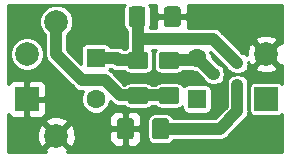
<source format=gbr>
G04 #@! TF.GenerationSoftware,KiCad,Pcbnew,(5.0.1)-3*
G04 #@! TF.CreationDate,2020-05-06T09:10:13+03:00*
G04 #@! TF.ProjectId,VienaTranPastiprinatajs,5669656E615472616E50617374697072,rev?*
G04 #@! TF.SameCoordinates,Original*
G04 #@! TF.FileFunction,Copper,L2,Bot,Signal*
G04 #@! TF.FilePolarity,Positive*
%FSLAX46Y46*%
G04 Gerber Fmt 4.6, Leading zero omitted, Abs format (unit mm)*
G04 Created by KiCad (PCBNEW (5.0.1)-3) date 06-May-20 9:10:13 AM*
%MOMM*%
%LPD*%
G01*
G04 APERTURE LIST*
G04 #@! TA.AperFunction,ComponentPad*
%ADD10R,1.998980X1.998980*%
G04 #@! TD*
G04 #@! TA.AperFunction,ComponentPad*
%ADD11C,1.998980*%
G04 #@! TD*
G04 #@! TA.AperFunction,ComponentPad*
%ADD12C,1.600000*%
G04 #@! TD*
G04 #@! TA.AperFunction,ComponentPad*
%ADD13R,1.600000X1.600000*%
G04 #@! TD*
G04 #@! TA.AperFunction,ComponentPad*
%ADD14C,2.000000*%
G04 #@! TD*
G04 #@! TA.AperFunction,SMDPad,CuDef*
%ADD15R,0.900000X0.800000*%
G04 #@! TD*
G04 #@! TA.AperFunction,Conductor*
%ADD16C,0.100000*%
G04 #@! TD*
G04 #@! TA.AperFunction,SMDPad,CuDef*
%ADD17C,1.425000*%
G04 #@! TD*
G04 #@! TA.AperFunction,Conductor*
%ADD18C,1.000000*%
G04 #@! TD*
G04 #@! TA.AperFunction,Conductor*
%ADD19C,0.254000*%
G04 #@! TD*
G04 APERTURE END LIST*
D10*
G04 #@! TO.P,out,1*
G04 #@! TO.N,Net-(8_Ohm1-Pad1)*
X105650000Y-51610000D03*
D11*
G04 #@! TO.P,out,2*
G04 #@! TO.N,GNDREF*
X105650000Y-47800000D03*
G04 #@! TD*
D12*
G04 #@! TO.P,C1,2*
G04 #@! TO.N,Net-(C1-Pad2)*
X91210000Y-51620000D03*
D13*
G04 #@! TO.P,C1,1*
G04 #@! TO.N,Net-(C1-Pad1)*
X91210000Y-48120000D03*
G04 #@! TD*
G04 #@! TO.P,C2,1*
G04 #@! TO.N,Net-(8_Ohm1-Pad1)*
X99800000Y-51610000D03*
D12*
G04 #@! TO.P,C2,2*
G04 #@! TO.N,Net-(C2-Pad2)*
X99800000Y-48110000D03*
G04 #@! TD*
D11*
G04 #@! TO.P,in,2*
G04 #@! TO.N,Net-(C1-Pad2)*
X85400000Y-47800000D03*
D10*
G04 #@! TO.P,in,1*
G04 #@! TO.N,GNDREF*
X85400000Y-51610000D03*
G04 #@! TD*
D14*
G04 #@! TO.P,+5V,1*
G04 #@! TO.N,+5V*
X87880000Y-45060000D03*
G04 #@! TD*
G04 #@! TO.P,GND,1*
G04 #@! TO.N,GNDREF*
X87880000Y-54700000D03*
G04 #@! TD*
D15*
G04 #@! TO.P,Q1,2*
G04 #@! TO.N,Net-(C2-Pad2)*
X101220000Y-49500000D03*
G04 #@! TO.P,Q1,3*
G04 #@! TO.N,Net-(Q1-Pad3)*
X103220000Y-50450000D03*
G04 #@! TO.P,Q1,1*
G04 #@! TO.N,Net-(C1-Pad1)*
X103220000Y-48550000D03*
G04 #@! TD*
D16*
G04 #@! TO.N,+5V*
G04 #@! TO.C,R1*
G36*
X95449504Y-50596204D02*
X95473773Y-50599804D01*
X95497571Y-50605765D01*
X95520671Y-50614030D01*
X95542849Y-50624520D01*
X95563893Y-50637133D01*
X95583598Y-50651747D01*
X95601777Y-50668223D01*
X95618253Y-50686402D01*
X95632867Y-50706107D01*
X95645480Y-50727151D01*
X95655970Y-50749329D01*
X95664235Y-50772429D01*
X95670196Y-50796227D01*
X95673796Y-50820496D01*
X95675000Y-50845000D01*
X95675000Y-51770000D01*
X95673796Y-51794504D01*
X95670196Y-51818773D01*
X95664235Y-51842571D01*
X95655970Y-51865671D01*
X95645480Y-51887849D01*
X95632867Y-51908893D01*
X95618253Y-51928598D01*
X95601777Y-51946777D01*
X95583598Y-51963253D01*
X95563893Y-51977867D01*
X95542849Y-51990480D01*
X95520671Y-52000970D01*
X95497571Y-52009235D01*
X95473773Y-52015196D01*
X95449504Y-52018796D01*
X95425000Y-52020000D01*
X94175000Y-52020000D01*
X94150496Y-52018796D01*
X94126227Y-52015196D01*
X94102429Y-52009235D01*
X94079329Y-52000970D01*
X94057151Y-51990480D01*
X94036107Y-51977867D01*
X94016402Y-51963253D01*
X93998223Y-51946777D01*
X93981747Y-51928598D01*
X93967133Y-51908893D01*
X93954520Y-51887849D01*
X93944030Y-51865671D01*
X93935765Y-51842571D01*
X93929804Y-51818773D01*
X93926204Y-51794504D01*
X93925000Y-51770000D01*
X93925000Y-50845000D01*
X93926204Y-50820496D01*
X93929804Y-50796227D01*
X93935765Y-50772429D01*
X93944030Y-50749329D01*
X93954520Y-50727151D01*
X93967133Y-50706107D01*
X93981747Y-50686402D01*
X93998223Y-50668223D01*
X94016402Y-50651747D01*
X94036107Y-50637133D01*
X94057151Y-50624520D01*
X94079329Y-50614030D01*
X94102429Y-50605765D01*
X94126227Y-50599804D01*
X94150496Y-50596204D01*
X94175000Y-50595000D01*
X95425000Y-50595000D01*
X95449504Y-50596204D01*
X95449504Y-50596204D01*
G37*
D17*
G04 #@! TD*
G04 #@! TO.P,R1,1*
G04 #@! TO.N,+5V*
X94800000Y-51307500D03*
D16*
G04 #@! TO.N,Net-(C1-Pad1)*
G04 #@! TO.C,R1*
G36*
X95449504Y-47621204D02*
X95473773Y-47624804D01*
X95497571Y-47630765D01*
X95520671Y-47639030D01*
X95542849Y-47649520D01*
X95563893Y-47662133D01*
X95583598Y-47676747D01*
X95601777Y-47693223D01*
X95618253Y-47711402D01*
X95632867Y-47731107D01*
X95645480Y-47752151D01*
X95655970Y-47774329D01*
X95664235Y-47797429D01*
X95670196Y-47821227D01*
X95673796Y-47845496D01*
X95675000Y-47870000D01*
X95675000Y-48795000D01*
X95673796Y-48819504D01*
X95670196Y-48843773D01*
X95664235Y-48867571D01*
X95655970Y-48890671D01*
X95645480Y-48912849D01*
X95632867Y-48933893D01*
X95618253Y-48953598D01*
X95601777Y-48971777D01*
X95583598Y-48988253D01*
X95563893Y-49002867D01*
X95542849Y-49015480D01*
X95520671Y-49025970D01*
X95497571Y-49034235D01*
X95473773Y-49040196D01*
X95449504Y-49043796D01*
X95425000Y-49045000D01*
X94175000Y-49045000D01*
X94150496Y-49043796D01*
X94126227Y-49040196D01*
X94102429Y-49034235D01*
X94079329Y-49025970D01*
X94057151Y-49015480D01*
X94036107Y-49002867D01*
X94016402Y-48988253D01*
X93998223Y-48971777D01*
X93981747Y-48953598D01*
X93967133Y-48933893D01*
X93954520Y-48912849D01*
X93944030Y-48890671D01*
X93935765Y-48867571D01*
X93929804Y-48843773D01*
X93926204Y-48819504D01*
X93925000Y-48795000D01*
X93925000Y-47870000D01*
X93926204Y-47845496D01*
X93929804Y-47821227D01*
X93935765Y-47797429D01*
X93944030Y-47774329D01*
X93954520Y-47752151D01*
X93967133Y-47731107D01*
X93981747Y-47711402D01*
X93998223Y-47693223D01*
X94016402Y-47676747D01*
X94036107Y-47662133D01*
X94057151Y-47649520D01*
X94079329Y-47639030D01*
X94102429Y-47630765D01*
X94126227Y-47624804D01*
X94150496Y-47621204D01*
X94175000Y-47620000D01*
X95425000Y-47620000D01*
X95449504Y-47621204D01*
X95449504Y-47621204D01*
G37*
D17*
G04 #@! TD*
G04 #@! TO.P,R1,2*
G04 #@! TO.N,Net-(C1-Pad1)*
X94800000Y-48332500D03*
D16*
G04 #@! TO.N,GNDREF*
G04 #@! TO.C,R2*
G36*
X98174504Y-43776204D02*
X98198773Y-43779804D01*
X98222571Y-43785765D01*
X98245671Y-43794030D01*
X98267849Y-43804520D01*
X98288893Y-43817133D01*
X98308598Y-43831747D01*
X98326777Y-43848223D01*
X98343253Y-43866402D01*
X98357867Y-43886107D01*
X98370480Y-43907151D01*
X98380970Y-43929329D01*
X98389235Y-43952429D01*
X98395196Y-43976227D01*
X98398796Y-44000496D01*
X98400000Y-44025000D01*
X98400000Y-45275000D01*
X98398796Y-45299504D01*
X98395196Y-45323773D01*
X98389235Y-45347571D01*
X98380970Y-45370671D01*
X98370480Y-45392849D01*
X98357867Y-45413893D01*
X98343253Y-45433598D01*
X98326777Y-45451777D01*
X98308598Y-45468253D01*
X98288893Y-45482867D01*
X98267849Y-45495480D01*
X98245671Y-45505970D01*
X98222571Y-45514235D01*
X98198773Y-45520196D01*
X98174504Y-45523796D01*
X98150000Y-45525000D01*
X97225000Y-45525000D01*
X97200496Y-45523796D01*
X97176227Y-45520196D01*
X97152429Y-45514235D01*
X97129329Y-45505970D01*
X97107151Y-45495480D01*
X97086107Y-45482867D01*
X97066402Y-45468253D01*
X97048223Y-45451777D01*
X97031747Y-45433598D01*
X97017133Y-45413893D01*
X97004520Y-45392849D01*
X96994030Y-45370671D01*
X96985765Y-45347571D01*
X96979804Y-45323773D01*
X96976204Y-45299504D01*
X96975000Y-45275000D01*
X96975000Y-44025000D01*
X96976204Y-44000496D01*
X96979804Y-43976227D01*
X96985765Y-43952429D01*
X96994030Y-43929329D01*
X97004520Y-43907151D01*
X97017133Y-43886107D01*
X97031747Y-43866402D01*
X97048223Y-43848223D01*
X97066402Y-43831747D01*
X97086107Y-43817133D01*
X97107151Y-43804520D01*
X97129329Y-43794030D01*
X97152429Y-43785765D01*
X97176227Y-43779804D01*
X97200496Y-43776204D01*
X97225000Y-43775000D01*
X98150000Y-43775000D01*
X98174504Y-43776204D01*
X98174504Y-43776204D01*
G37*
D17*
G04 #@! TD*
G04 #@! TO.P,R2,2*
G04 #@! TO.N,GNDREF*
X97687500Y-44650000D03*
D16*
G04 #@! TO.N,Net-(C1-Pad1)*
G04 #@! TO.C,R2*
G36*
X95199504Y-43776204D02*
X95223773Y-43779804D01*
X95247571Y-43785765D01*
X95270671Y-43794030D01*
X95292849Y-43804520D01*
X95313893Y-43817133D01*
X95333598Y-43831747D01*
X95351777Y-43848223D01*
X95368253Y-43866402D01*
X95382867Y-43886107D01*
X95395480Y-43907151D01*
X95405970Y-43929329D01*
X95414235Y-43952429D01*
X95420196Y-43976227D01*
X95423796Y-44000496D01*
X95425000Y-44025000D01*
X95425000Y-45275000D01*
X95423796Y-45299504D01*
X95420196Y-45323773D01*
X95414235Y-45347571D01*
X95405970Y-45370671D01*
X95395480Y-45392849D01*
X95382867Y-45413893D01*
X95368253Y-45433598D01*
X95351777Y-45451777D01*
X95333598Y-45468253D01*
X95313893Y-45482867D01*
X95292849Y-45495480D01*
X95270671Y-45505970D01*
X95247571Y-45514235D01*
X95223773Y-45520196D01*
X95199504Y-45523796D01*
X95175000Y-45525000D01*
X94250000Y-45525000D01*
X94225496Y-45523796D01*
X94201227Y-45520196D01*
X94177429Y-45514235D01*
X94154329Y-45505970D01*
X94132151Y-45495480D01*
X94111107Y-45482867D01*
X94091402Y-45468253D01*
X94073223Y-45451777D01*
X94056747Y-45433598D01*
X94042133Y-45413893D01*
X94029520Y-45392849D01*
X94019030Y-45370671D01*
X94010765Y-45347571D01*
X94004804Y-45323773D01*
X94001204Y-45299504D01*
X94000000Y-45275000D01*
X94000000Y-44025000D01*
X94001204Y-44000496D01*
X94004804Y-43976227D01*
X94010765Y-43952429D01*
X94019030Y-43929329D01*
X94029520Y-43907151D01*
X94042133Y-43886107D01*
X94056747Y-43866402D01*
X94073223Y-43848223D01*
X94091402Y-43831747D01*
X94111107Y-43817133D01*
X94132151Y-43804520D01*
X94154329Y-43794030D01*
X94177429Y-43785765D01*
X94201227Y-43779804D01*
X94225496Y-43776204D01*
X94250000Y-43775000D01*
X95175000Y-43775000D01*
X95199504Y-43776204D01*
X95199504Y-43776204D01*
G37*
D17*
G04 #@! TD*
G04 #@! TO.P,R2,1*
G04 #@! TO.N,Net-(C1-Pad1)*
X94712500Y-44650000D03*
D16*
G04 #@! TO.N,+5V*
G04 #@! TO.C,R3*
G36*
X98079504Y-50596204D02*
X98103773Y-50599804D01*
X98127571Y-50605765D01*
X98150671Y-50614030D01*
X98172849Y-50624520D01*
X98193893Y-50637133D01*
X98213598Y-50651747D01*
X98231777Y-50668223D01*
X98248253Y-50686402D01*
X98262867Y-50706107D01*
X98275480Y-50727151D01*
X98285970Y-50749329D01*
X98294235Y-50772429D01*
X98300196Y-50796227D01*
X98303796Y-50820496D01*
X98305000Y-50845000D01*
X98305000Y-51770000D01*
X98303796Y-51794504D01*
X98300196Y-51818773D01*
X98294235Y-51842571D01*
X98285970Y-51865671D01*
X98275480Y-51887849D01*
X98262867Y-51908893D01*
X98248253Y-51928598D01*
X98231777Y-51946777D01*
X98213598Y-51963253D01*
X98193893Y-51977867D01*
X98172849Y-51990480D01*
X98150671Y-52000970D01*
X98127571Y-52009235D01*
X98103773Y-52015196D01*
X98079504Y-52018796D01*
X98055000Y-52020000D01*
X96805000Y-52020000D01*
X96780496Y-52018796D01*
X96756227Y-52015196D01*
X96732429Y-52009235D01*
X96709329Y-52000970D01*
X96687151Y-51990480D01*
X96666107Y-51977867D01*
X96646402Y-51963253D01*
X96628223Y-51946777D01*
X96611747Y-51928598D01*
X96597133Y-51908893D01*
X96584520Y-51887849D01*
X96574030Y-51865671D01*
X96565765Y-51842571D01*
X96559804Y-51818773D01*
X96556204Y-51794504D01*
X96555000Y-51770000D01*
X96555000Y-50845000D01*
X96556204Y-50820496D01*
X96559804Y-50796227D01*
X96565765Y-50772429D01*
X96574030Y-50749329D01*
X96584520Y-50727151D01*
X96597133Y-50706107D01*
X96611747Y-50686402D01*
X96628223Y-50668223D01*
X96646402Y-50651747D01*
X96666107Y-50637133D01*
X96687151Y-50624520D01*
X96709329Y-50614030D01*
X96732429Y-50605765D01*
X96756227Y-50599804D01*
X96780496Y-50596204D01*
X96805000Y-50595000D01*
X98055000Y-50595000D01*
X98079504Y-50596204D01*
X98079504Y-50596204D01*
G37*
D17*
G04 #@! TD*
G04 #@! TO.P,R3,1*
G04 #@! TO.N,+5V*
X97430000Y-51307500D03*
D16*
G04 #@! TO.N,Net-(C2-Pad2)*
G04 #@! TO.C,R3*
G36*
X98079504Y-47621204D02*
X98103773Y-47624804D01*
X98127571Y-47630765D01*
X98150671Y-47639030D01*
X98172849Y-47649520D01*
X98193893Y-47662133D01*
X98213598Y-47676747D01*
X98231777Y-47693223D01*
X98248253Y-47711402D01*
X98262867Y-47731107D01*
X98275480Y-47752151D01*
X98285970Y-47774329D01*
X98294235Y-47797429D01*
X98300196Y-47821227D01*
X98303796Y-47845496D01*
X98305000Y-47870000D01*
X98305000Y-48795000D01*
X98303796Y-48819504D01*
X98300196Y-48843773D01*
X98294235Y-48867571D01*
X98285970Y-48890671D01*
X98275480Y-48912849D01*
X98262867Y-48933893D01*
X98248253Y-48953598D01*
X98231777Y-48971777D01*
X98213598Y-48988253D01*
X98193893Y-49002867D01*
X98172849Y-49015480D01*
X98150671Y-49025970D01*
X98127571Y-49034235D01*
X98103773Y-49040196D01*
X98079504Y-49043796D01*
X98055000Y-49045000D01*
X96805000Y-49045000D01*
X96780496Y-49043796D01*
X96756227Y-49040196D01*
X96732429Y-49034235D01*
X96709329Y-49025970D01*
X96687151Y-49015480D01*
X96666107Y-49002867D01*
X96646402Y-48988253D01*
X96628223Y-48971777D01*
X96611747Y-48953598D01*
X96597133Y-48933893D01*
X96584520Y-48912849D01*
X96574030Y-48890671D01*
X96565765Y-48867571D01*
X96559804Y-48843773D01*
X96556204Y-48819504D01*
X96555000Y-48795000D01*
X96555000Y-47870000D01*
X96556204Y-47845496D01*
X96559804Y-47821227D01*
X96565765Y-47797429D01*
X96574030Y-47774329D01*
X96584520Y-47752151D01*
X96597133Y-47731107D01*
X96611747Y-47711402D01*
X96628223Y-47693223D01*
X96646402Y-47676747D01*
X96666107Y-47662133D01*
X96687151Y-47649520D01*
X96709329Y-47639030D01*
X96732429Y-47630765D01*
X96756227Y-47624804D01*
X96780496Y-47621204D01*
X96805000Y-47620000D01*
X98055000Y-47620000D01*
X98079504Y-47621204D01*
X98079504Y-47621204D01*
G37*
D17*
G04 #@! TD*
G04 #@! TO.P,R3,2*
G04 #@! TO.N,Net-(C2-Pad2)*
X97430000Y-48332500D03*
D16*
G04 #@! TO.N,Net-(Q1-Pad3)*
G04 #@! TO.C,R4*
G36*
X97194504Y-53246204D02*
X97218773Y-53249804D01*
X97242571Y-53255765D01*
X97265671Y-53264030D01*
X97287849Y-53274520D01*
X97308893Y-53287133D01*
X97328598Y-53301747D01*
X97346777Y-53318223D01*
X97363253Y-53336402D01*
X97377867Y-53356107D01*
X97390480Y-53377151D01*
X97400970Y-53399329D01*
X97409235Y-53422429D01*
X97415196Y-53446227D01*
X97418796Y-53470496D01*
X97420000Y-53495000D01*
X97420000Y-54745000D01*
X97418796Y-54769504D01*
X97415196Y-54793773D01*
X97409235Y-54817571D01*
X97400970Y-54840671D01*
X97390480Y-54862849D01*
X97377867Y-54883893D01*
X97363253Y-54903598D01*
X97346777Y-54921777D01*
X97328598Y-54938253D01*
X97308893Y-54952867D01*
X97287849Y-54965480D01*
X97265671Y-54975970D01*
X97242571Y-54984235D01*
X97218773Y-54990196D01*
X97194504Y-54993796D01*
X97170000Y-54995000D01*
X96245000Y-54995000D01*
X96220496Y-54993796D01*
X96196227Y-54990196D01*
X96172429Y-54984235D01*
X96149329Y-54975970D01*
X96127151Y-54965480D01*
X96106107Y-54952867D01*
X96086402Y-54938253D01*
X96068223Y-54921777D01*
X96051747Y-54903598D01*
X96037133Y-54883893D01*
X96024520Y-54862849D01*
X96014030Y-54840671D01*
X96005765Y-54817571D01*
X95999804Y-54793773D01*
X95996204Y-54769504D01*
X95995000Y-54745000D01*
X95995000Y-53495000D01*
X95996204Y-53470496D01*
X95999804Y-53446227D01*
X96005765Y-53422429D01*
X96014030Y-53399329D01*
X96024520Y-53377151D01*
X96037133Y-53356107D01*
X96051747Y-53336402D01*
X96068223Y-53318223D01*
X96086402Y-53301747D01*
X96106107Y-53287133D01*
X96127151Y-53274520D01*
X96149329Y-53264030D01*
X96172429Y-53255765D01*
X96196227Y-53249804D01*
X96220496Y-53246204D01*
X96245000Y-53245000D01*
X97170000Y-53245000D01*
X97194504Y-53246204D01*
X97194504Y-53246204D01*
G37*
D17*
G04 #@! TD*
G04 #@! TO.P,R4,1*
G04 #@! TO.N,Net-(Q1-Pad3)*
X96707500Y-54120000D03*
D16*
G04 #@! TO.N,GNDREF*
G04 #@! TO.C,R4*
G36*
X94219504Y-53246204D02*
X94243773Y-53249804D01*
X94267571Y-53255765D01*
X94290671Y-53264030D01*
X94312849Y-53274520D01*
X94333893Y-53287133D01*
X94353598Y-53301747D01*
X94371777Y-53318223D01*
X94388253Y-53336402D01*
X94402867Y-53356107D01*
X94415480Y-53377151D01*
X94425970Y-53399329D01*
X94434235Y-53422429D01*
X94440196Y-53446227D01*
X94443796Y-53470496D01*
X94445000Y-53495000D01*
X94445000Y-54745000D01*
X94443796Y-54769504D01*
X94440196Y-54793773D01*
X94434235Y-54817571D01*
X94425970Y-54840671D01*
X94415480Y-54862849D01*
X94402867Y-54883893D01*
X94388253Y-54903598D01*
X94371777Y-54921777D01*
X94353598Y-54938253D01*
X94333893Y-54952867D01*
X94312849Y-54965480D01*
X94290671Y-54975970D01*
X94267571Y-54984235D01*
X94243773Y-54990196D01*
X94219504Y-54993796D01*
X94195000Y-54995000D01*
X93270000Y-54995000D01*
X93245496Y-54993796D01*
X93221227Y-54990196D01*
X93197429Y-54984235D01*
X93174329Y-54975970D01*
X93152151Y-54965480D01*
X93131107Y-54952867D01*
X93111402Y-54938253D01*
X93093223Y-54921777D01*
X93076747Y-54903598D01*
X93062133Y-54883893D01*
X93049520Y-54862849D01*
X93039030Y-54840671D01*
X93030765Y-54817571D01*
X93024804Y-54793773D01*
X93021204Y-54769504D01*
X93020000Y-54745000D01*
X93020000Y-53495000D01*
X93021204Y-53470496D01*
X93024804Y-53446227D01*
X93030765Y-53422429D01*
X93039030Y-53399329D01*
X93049520Y-53377151D01*
X93062133Y-53356107D01*
X93076747Y-53336402D01*
X93093223Y-53318223D01*
X93111402Y-53301747D01*
X93131107Y-53287133D01*
X93152151Y-53274520D01*
X93174329Y-53264030D01*
X93197429Y-53255765D01*
X93221227Y-53249804D01*
X93245496Y-53246204D01*
X93270000Y-53245000D01*
X94195000Y-53245000D01*
X94219504Y-53246204D01*
X94219504Y-53246204D01*
G37*
D17*
G04 #@! TD*
G04 #@! TO.P,R4,2*
G04 #@! TO.N,GNDREF*
X93732500Y-54120000D03*
D18*
G04 #@! TO.N,Net-(C1-Pad1)*
X103170000Y-48550000D02*
X101129999Y-46509999D01*
X103220000Y-48550000D02*
X103170000Y-48550000D01*
X91402500Y-48312500D02*
X91210000Y-48120000D01*
X94800000Y-48332500D02*
X93122500Y-48332500D01*
X93010000Y-48120000D02*
X91210000Y-48120000D01*
X93122500Y-48232500D02*
X93010000Y-48120000D01*
X93122500Y-48332500D02*
X93122500Y-48232500D01*
X94800000Y-44737500D02*
X94712500Y-44650000D01*
X94860001Y-46509999D02*
X94800000Y-46570000D01*
X101129999Y-46509999D02*
X94860001Y-46509999D01*
X94800000Y-48332500D02*
X94800000Y-46570000D01*
X94800000Y-46570000D02*
X94800000Y-44737500D01*
G04 #@! TO.N,Net-(C2-Pad2)*
X99577500Y-48332500D02*
X99800000Y-48110000D01*
X97430000Y-48332500D02*
X99577500Y-48332500D01*
X101190000Y-49500000D02*
X99800000Y-48110000D01*
X101220000Y-49500000D02*
X101190000Y-49500000D01*
G04 #@! TO.N,Net-(Q1-Pad3)*
X96707500Y-54120000D02*
X101740000Y-54120000D01*
X103220000Y-52640000D02*
X103220000Y-50450000D01*
X101740000Y-54120000D02*
X103220000Y-52640000D01*
G04 #@! TO.N,+5V*
X93265502Y-51307500D02*
X94800000Y-51307500D01*
X91978001Y-50019999D02*
X93265502Y-51307500D01*
X90069997Y-50019999D02*
X91978001Y-50019999D01*
X87880000Y-45060000D02*
X87880000Y-47830002D01*
X87880000Y-47830002D02*
X90069997Y-50019999D01*
X94800000Y-51307500D02*
X97430000Y-51307500D01*
G04 #@! TD*
D19*
G04 #@! TO.N,GNDREF*
G36*
X93616805Y-43762722D02*
X93564635Y-44025000D01*
X93564635Y-45275000D01*
X93616805Y-45537278D01*
X93765374Y-45759626D01*
X93873000Y-45831540D01*
X93873000Y-46478698D01*
X93854839Y-46570000D01*
X93873000Y-46661300D01*
X93873000Y-46661301D01*
X93873001Y-46661306D01*
X93873001Y-47263346D01*
X93690374Y-47385374D01*
X93676926Y-47405500D01*
X93609232Y-47405500D01*
X93371697Y-47246785D01*
X93101302Y-47193000D01*
X93101300Y-47193000D01*
X93010000Y-47174839D01*
X92918700Y-47193000D01*
X92420103Y-47193000D01*
X92412225Y-47153393D01*
X92317850Y-47012150D01*
X92176607Y-46917775D01*
X92010000Y-46884635D01*
X90410000Y-46884635D01*
X90243393Y-46917775D01*
X90102150Y-47012150D01*
X90007775Y-47153393D01*
X89974635Y-47320000D01*
X89974635Y-48613661D01*
X88807000Y-47446027D01*
X88807000Y-46151084D01*
X89089753Y-45868331D01*
X89307000Y-45343848D01*
X89307000Y-44776152D01*
X89089753Y-44251669D01*
X88688331Y-43850247D01*
X88163848Y-43633000D01*
X87596152Y-43633000D01*
X87071669Y-43850247D01*
X86670247Y-44251669D01*
X86453000Y-44776152D01*
X86453000Y-45343848D01*
X86670247Y-45868331D01*
X86953000Y-46151084D01*
X86953001Y-47738697D01*
X86934839Y-47830002D01*
X87005528Y-48185377D01*
X87006786Y-48191699D01*
X87211671Y-48498332D01*
X87289073Y-48550051D01*
X89349948Y-50610926D01*
X89401667Y-50688329D01*
X89583761Y-50810000D01*
X89708298Y-50893213D01*
X89708299Y-50893213D01*
X89708300Y-50893214D01*
X89978695Y-50946999D01*
X90069996Y-50965160D01*
X90160615Y-50947134D01*
X89983000Y-51375935D01*
X89983000Y-51864065D01*
X90169800Y-52315039D01*
X90514961Y-52660200D01*
X90965935Y-52847000D01*
X91454065Y-52847000D01*
X91905039Y-52660200D01*
X92250200Y-52315039D01*
X92437000Y-51864065D01*
X92437000Y-51789973D01*
X92545451Y-51898424D01*
X92597172Y-51975830D01*
X92853825Y-52147319D01*
X92903803Y-52180714D01*
X92903804Y-52180714D01*
X92903805Y-52180715D01*
X93174200Y-52234500D01*
X93265501Y-52252661D01*
X93356802Y-52234500D01*
X93676926Y-52234500D01*
X93690374Y-52254626D01*
X93912722Y-52403195D01*
X94175000Y-52455365D01*
X95425000Y-52455365D01*
X95687278Y-52403195D01*
X95909626Y-52254626D01*
X95923074Y-52234500D01*
X96306926Y-52234500D01*
X96320374Y-52254626D01*
X96542722Y-52403195D01*
X96805000Y-52455365D01*
X98055000Y-52455365D01*
X98317278Y-52403195D01*
X98539626Y-52254626D01*
X98564635Y-52217198D01*
X98564635Y-52410000D01*
X98597775Y-52576607D01*
X98692150Y-52717850D01*
X98833393Y-52812225D01*
X99000000Y-52845365D01*
X100600000Y-52845365D01*
X100766607Y-52812225D01*
X100907850Y-52717850D01*
X101002225Y-52576607D01*
X101035365Y-52410000D01*
X101035365Y-50810000D01*
X101002225Y-50643393D01*
X100907850Y-50502150D01*
X100766607Y-50407775D01*
X100600000Y-50374635D01*
X99000000Y-50374635D01*
X98833393Y-50407775D01*
X98692150Y-50502150D01*
X98663254Y-50545396D01*
X98539626Y-50360374D01*
X98317278Y-50211805D01*
X98055000Y-50159635D01*
X96805000Y-50159635D01*
X96542722Y-50211805D01*
X96320374Y-50360374D01*
X96306926Y-50380500D01*
X95923074Y-50380500D01*
X95909626Y-50360374D01*
X95687278Y-50211805D01*
X95425000Y-50159635D01*
X94175000Y-50159635D01*
X93912722Y-50211805D01*
X93690374Y-50360374D01*
X93676926Y-50380500D01*
X93649477Y-50380500D01*
X92698052Y-49429075D01*
X92646331Y-49351669D01*
X92362041Y-49161713D01*
X92412225Y-49086607D01*
X92420103Y-49047000D01*
X92523268Y-49047000D01*
X92760803Y-49205715D01*
X93122500Y-49277661D01*
X93213801Y-49259500D01*
X93676926Y-49259500D01*
X93690374Y-49279626D01*
X93912722Y-49428195D01*
X94175000Y-49480365D01*
X95425000Y-49480365D01*
X95687278Y-49428195D01*
X95909626Y-49279626D01*
X96058195Y-49057278D01*
X96110365Y-48795000D01*
X96110365Y-47870000D01*
X96058195Y-47607722D01*
X95944121Y-47436999D01*
X96285879Y-47436999D01*
X96171805Y-47607722D01*
X96119635Y-47870000D01*
X96119635Y-48795000D01*
X96171805Y-49057278D01*
X96320374Y-49279626D01*
X96542722Y-49428195D01*
X96805000Y-49480365D01*
X98055000Y-49480365D01*
X98317278Y-49428195D01*
X98539626Y-49279626D01*
X98553074Y-49259500D01*
X99368834Y-49259500D01*
X99555935Y-49337000D01*
X99716025Y-49337000D01*
X100348443Y-49969419D01*
X100367775Y-50066607D01*
X100462150Y-50207850D01*
X100603393Y-50302225D01*
X100770000Y-50335365D01*
X100771656Y-50335365D01*
X100828303Y-50373215D01*
X101098698Y-50427000D01*
X101098699Y-50427000D01*
X101190000Y-50445161D01*
X101281300Y-50427000D01*
X101311302Y-50427000D01*
X101581697Y-50373215D01*
X101638344Y-50335365D01*
X101670000Y-50335365D01*
X101836607Y-50302225D01*
X101977850Y-50207850D01*
X102072225Y-50066607D01*
X102105365Y-49900000D01*
X102105365Y-49800615D01*
X102165161Y-49500000D01*
X102105365Y-49199385D01*
X102105365Y-49100000D01*
X102072225Y-48933393D01*
X101977850Y-48792150D01*
X101836607Y-48697775D01*
X101670000Y-48664635D01*
X101665611Y-48664635D01*
X101027000Y-48026025D01*
X101027000Y-47865935D01*
X100922376Y-47613351D01*
X102353409Y-49044385D01*
X102367775Y-49116607D01*
X102462150Y-49257850D01*
X102603393Y-49352225D01*
X102743881Y-49380170D01*
X102808303Y-49423215D01*
X103078698Y-49477000D01*
X103078699Y-49477000D01*
X103169999Y-49495161D01*
X103261300Y-49477000D01*
X103311302Y-49477000D01*
X103581697Y-49423215D01*
X103638344Y-49385365D01*
X103670000Y-49385365D01*
X103836607Y-49352225D01*
X103977850Y-49257850D01*
X104072225Y-49116607D01*
X104104934Y-48952163D01*
X104677443Y-48952163D01*
X104776042Y-49218965D01*
X105385582Y-49445401D01*
X106035377Y-49421341D01*
X106523958Y-49218965D01*
X106622557Y-48952163D01*
X105650000Y-47979605D01*
X104677443Y-48952163D01*
X104104934Y-48952163D01*
X104105365Y-48950000D01*
X104105365Y-48850615D01*
X104165161Y-48550000D01*
X104151738Y-48482517D01*
X104231035Y-48673958D01*
X104497837Y-48772557D01*
X105470395Y-47800000D01*
X104497837Y-46827443D01*
X104231035Y-46926042D01*
X104004599Y-47535582D01*
X104018186Y-47902517D01*
X103977850Y-47842150D01*
X103836607Y-47747775D01*
X103670000Y-47714635D01*
X103645611Y-47714635D01*
X102578813Y-46647837D01*
X104677443Y-46647837D01*
X105650000Y-47620395D01*
X106622557Y-46647837D01*
X106523958Y-46381035D01*
X105914418Y-46154599D01*
X105264623Y-46178659D01*
X104776042Y-46381035D01*
X104677443Y-46647837D01*
X102578813Y-46647837D01*
X101850050Y-45919074D01*
X101798329Y-45841669D01*
X101491696Y-45636784D01*
X101221301Y-45582999D01*
X101221299Y-45582999D01*
X101129999Y-45564838D01*
X101038699Y-45582999D01*
X99035000Y-45582999D01*
X99035000Y-44935750D01*
X98876250Y-44777000D01*
X97814500Y-44777000D01*
X97814500Y-44797000D01*
X97560500Y-44797000D01*
X97560500Y-44777000D01*
X96498750Y-44777000D01*
X96340000Y-44935750D01*
X96340000Y-45582999D01*
X95777645Y-45582999D01*
X95808195Y-45537278D01*
X95860365Y-45275000D01*
X95860365Y-44025000D01*
X95808195Y-43762722D01*
X95717508Y-43627000D01*
X96348984Y-43627000D01*
X96340000Y-43648690D01*
X96340000Y-44364250D01*
X96498750Y-44523000D01*
X97560500Y-44523000D01*
X97560500Y-44503000D01*
X97814500Y-44503000D01*
X97814500Y-44523000D01*
X98876250Y-44523000D01*
X99035000Y-44364250D01*
X99035000Y-43648690D01*
X99026016Y-43627000D01*
X106973000Y-43627000D01*
X106973000Y-46890577D01*
X106802163Y-46827443D01*
X105829605Y-47800000D01*
X106802163Y-48772557D01*
X106973000Y-48709423D01*
X106973001Y-50326098D01*
X106957340Y-50302660D01*
X106816097Y-50208285D01*
X106649490Y-50175145D01*
X104650510Y-50175145D01*
X104483903Y-50208285D01*
X104342660Y-50302660D01*
X104248285Y-50443903D01*
X104215145Y-50610510D01*
X104215145Y-52609490D01*
X104248285Y-52776097D01*
X104342660Y-52917340D01*
X104483903Y-53011715D01*
X104650510Y-53044855D01*
X106649490Y-53044855D01*
X106816097Y-53011715D01*
X106957340Y-52917340D01*
X106973001Y-52893902D01*
X106973001Y-56073000D01*
X88771414Y-56073000D01*
X88852927Y-55852532D01*
X87880000Y-54879605D01*
X86907073Y-55852532D01*
X86988586Y-56073000D01*
X83827000Y-56073000D01*
X83827000Y-54435461D01*
X86234092Y-54435461D01*
X86258144Y-55085460D01*
X86460613Y-55574264D01*
X86727468Y-55672927D01*
X87700395Y-54700000D01*
X88059605Y-54700000D01*
X89032532Y-55672927D01*
X89299387Y-55574264D01*
X89525908Y-54964539D01*
X89505232Y-54405750D01*
X92385000Y-54405750D01*
X92385000Y-55121310D01*
X92481673Y-55354699D01*
X92660302Y-55533327D01*
X92893691Y-55630000D01*
X93446750Y-55630000D01*
X93605500Y-55471250D01*
X93605500Y-54247000D01*
X93859500Y-54247000D01*
X93859500Y-55471250D01*
X94018250Y-55630000D01*
X94571309Y-55630000D01*
X94804698Y-55533327D01*
X94983327Y-55354699D01*
X95080000Y-55121310D01*
X95080000Y-54405750D01*
X94921250Y-54247000D01*
X93859500Y-54247000D01*
X93605500Y-54247000D01*
X92543750Y-54247000D01*
X92385000Y-54405750D01*
X89505232Y-54405750D01*
X89501856Y-54314540D01*
X89299387Y-53825736D01*
X89032532Y-53727073D01*
X88059605Y-54700000D01*
X87700395Y-54700000D01*
X86727468Y-53727073D01*
X86460613Y-53825736D01*
X86234092Y-54435461D01*
X83827000Y-54435461D01*
X83827000Y-53547468D01*
X86907073Y-53547468D01*
X87880000Y-54520395D01*
X88852927Y-53547468D01*
X88754264Y-53280613D01*
X88318417Y-53118690D01*
X92385000Y-53118690D01*
X92385000Y-53834250D01*
X92543750Y-53993000D01*
X93605500Y-53993000D01*
X93605500Y-52768750D01*
X93859500Y-52768750D01*
X93859500Y-53993000D01*
X94921250Y-53993000D01*
X95080000Y-53834250D01*
X95080000Y-53495000D01*
X95559635Y-53495000D01*
X95559635Y-54745000D01*
X95611805Y-55007278D01*
X95760374Y-55229626D01*
X95982722Y-55378195D01*
X96245000Y-55430365D01*
X97170000Y-55430365D01*
X97432278Y-55378195D01*
X97654626Y-55229626D01*
X97776653Y-55047000D01*
X101648700Y-55047000D01*
X101740000Y-55065161D01*
X101831300Y-55047000D01*
X101831302Y-55047000D01*
X102101697Y-54993215D01*
X102408330Y-54788330D01*
X102460050Y-54710925D01*
X103810928Y-53360048D01*
X103888330Y-53308330D01*
X104093215Y-53001697D01*
X104147000Y-52731302D01*
X104147000Y-52731301D01*
X104165161Y-52640001D01*
X104147000Y-52548700D01*
X104147000Y-50358698D01*
X104105365Y-50149385D01*
X104105365Y-50050000D01*
X104072225Y-49883393D01*
X103977850Y-49742150D01*
X103836607Y-49647775D01*
X103670000Y-49614635D01*
X103638344Y-49614635D01*
X103581697Y-49576785D01*
X103220000Y-49504839D01*
X102858304Y-49576785D01*
X102801657Y-49614635D01*
X102770000Y-49614635D01*
X102603393Y-49647775D01*
X102462150Y-49742150D01*
X102367775Y-49883393D01*
X102334635Y-50050000D01*
X102334635Y-50149390D01*
X102293001Y-50358698D01*
X102293000Y-52256024D01*
X101356025Y-53193000D01*
X97776653Y-53193000D01*
X97654626Y-53010374D01*
X97432278Y-52861805D01*
X97170000Y-52809635D01*
X96245000Y-52809635D01*
X95982722Y-52861805D01*
X95760374Y-53010374D01*
X95611805Y-53232722D01*
X95559635Y-53495000D01*
X95080000Y-53495000D01*
X95080000Y-53118690D01*
X94983327Y-52885301D01*
X94804698Y-52706673D01*
X94571309Y-52610000D01*
X94018250Y-52610000D01*
X93859500Y-52768750D01*
X93605500Y-52768750D01*
X93446750Y-52610000D01*
X92893691Y-52610000D01*
X92660302Y-52706673D01*
X92481673Y-52885301D01*
X92385000Y-53118690D01*
X88318417Y-53118690D01*
X88144539Y-53054092D01*
X87494540Y-53078144D01*
X87005736Y-53280613D01*
X86907073Y-53547468D01*
X83827000Y-53547468D01*
X83827000Y-52884249D01*
X83862183Y-52969188D01*
X84040811Y-53147817D01*
X84274200Y-53244490D01*
X85114250Y-53244490D01*
X85273000Y-53085740D01*
X85273000Y-51737000D01*
X85527000Y-51737000D01*
X85527000Y-53085740D01*
X85685750Y-53244490D01*
X86525800Y-53244490D01*
X86759189Y-53147817D01*
X86937817Y-52969188D01*
X87034490Y-52735799D01*
X87034490Y-51895750D01*
X86875740Y-51737000D01*
X85527000Y-51737000D01*
X85273000Y-51737000D01*
X85253000Y-51737000D01*
X85253000Y-51483000D01*
X85273000Y-51483000D01*
X85273000Y-50134260D01*
X85527000Y-50134260D01*
X85527000Y-51483000D01*
X86875740Y-51483000D01*
X87034490Y-51324250D01*
X87034490Y-50484201D01*
X86937817Y-50250812D01*
X86759189Y-50072183D01*
X86525800Y-49975510D01*
X85685750Y-49975510D01*
X85527000Y-50134260D01*
X85273000Y-50134260D01*
X85114250Y-49975510D01*
X84274200Y-49975510D01*
X84040811Y-50072183D01*
X83862183Y-50250812D01*
X83827000Y-50335751D01*
X83827000Y-47516253D01*
X83973510Y-47516253D01*
X83973510Y-48083747D01*
X84190680Y-48608042D01*
X84591958Y-49009320D01*
X85116253Y-49226490D01*
X85683747Y-49226490D01*
X86208042Y-49009320D01*
X86609320Y-48608042D01*
X86826490Y-48083747D01*
X86826490Y-47516253D01*
X86609320Y-46991958D01*
X86208042Y-46590680D01*
X85683747Y-46373510D01*
X85116253Y-46373510D01*
X84591958Y-46590680D01*
X84190680Y-46991958D01*
X83973510Y-47516253D01*
X83827000Y-47516253D01*
X83827000Y-43627000D01*
X93707492Y-43627000D01*
X93616805Y-43762722D01*
X93616805Y-43762722D01*
G37*
X93616805Y-43762722D02*
X93564635Y-44025000D01*
X93564635Y-45275000D01*
X93616805Y-45537278D01*
X93765374Y-45759626D01*
X93873000Y-45831540D01*
X93873000Y-46478698D01*
X93854839Y-46570000D01*
X93873000Y-46661300D01*
X93873000Y-46661301D01*
X93873001Y-46661306D01*
X93873001Y-47263346D01*
X93690374Y-47385374D01*
X93676926Y-47405500D01*
X93609232Y-47405500D01*
X93371697Y-47246785D01*
X93101302Y-47193000D01*
X93101300Y-47193000D01*
X93010000Y-47174839D01*
X92918700Y-47193000D01*
X92420103Y-47193000D01*
X92412225Y-47153393D01*
X92317850Y-47012150D01*
X92176607Y-46917775D01*
X92010000Y-46884635D01*
X90410000Y-46884635D01*
X90243393Y-46917775D01*
X90102150Y-47012150D01*
X90007775Y-47153393D01*
X89974635Y-47320000D01*
X89974635Y-48613661D01*
X88807000Y-47446027D01*
X88807000Y-46151084D01*
X89089753Y-45868331D01*
X89307000Y-45343848D01*
X89307000Y-44776152D01*
X89089753Y-44251669D01*
X88688331Y-43850247D01*
X88163848Y-43633000D01*
X87596152Y-43633000D01*
X87071669Y-43850247D01*
X86670247Y-44251669D01*
X86453000Y-44776152D01*
X86453000Y-45343848D01*
X86670247Y-45868331D01*
X86953000Y-46151084D01*
X86953001Y-47738697D01*
X86934839Y-47830002D01*
X87005528Y-48185377D01*
X87006786Y-48191699D01*
X87211671Y-48498332D01*
X87289073Y-48550051D01*
X89349948Y-50610926D01*
X89401667Y-50688329D01*
X89583761Y-50810000D01*
X89708298Y-50893213D01*
X89708299Y-50893213D01*
X89708300Y-50893214D01*
X89978695Y-50946999D01*
X90069996Y-50965160D01*
X90160615Y-50947134D01*
X89983000Y-51375935D01*
X89983000Y-51864065D01*
X90169800Y-52315039D01*
X90514961Y-52660200D01*
X90965935Y-52847000D01*
X91454065Y-52847000D01*
X91905039Y-52660200D01*
X92250200Y-52315039D01*
X92437000Y-51864065D01*
X92437000Y-51789973D01*
X92545451Y-51898424D01*
X92597172Y-51975830D01*
X92853825Y-52147319D01*
X92903803Y-52180714D01*
X92903804Y-52180714D01*
X92903805Y-52180715D01*
X93174200Y-52234500D01*
X93265501Y-52252661D01*
X93356802Y-52234500D01*
X93676926Y-52234500D01*
X93690374Y-52254626D01*
X93912722Y-52403195D01*
X94175000Y-52455365D01*
X95425000Y-52455365D01*
X95687278Y-52403195D01*
X95909626Y-52254626D01*
X95923074Y-52234500D01*
X96306926Y-52234500D01*
X96320374Y-52254626D01*
X96542722Y-52403195D01*
X96805000Y-52455365D01*
X98055000Y-52455365D01*
X98317278Y-52403195D01*
X98539626Y-52254626D01*
X98564635Y-52217198D01*
X98564635Y-52410000D01*
X98597775Y-52576607D01*
X98692150Y-52717850D01*
X98833393Y-52812225D01*
X99000000Y-52845365D01*
X100600000Y-52845365D01*
X100766607Y-52812225D01*
X100907850Y-52717850D01*
X101002225Y-52576607D01*
X101035365Y-52410000D01*
X101035365Y-50810000D01*
X101002225Y-50643393D01*
X100907850Y-50502150D01*
X100766607Y-50407775D01*
X100600000Y-50374635D01*
X99000000Y-50374635D01*
X98833393Y-50407775D01*
X98692150Y-50502150D01*
X98663254Y-50545396D01*
X98539626Y-50360374D01*
X98317278Y-50211805D01*
X98055000Y-50159635D01*
X96805000Y-50159635D01*
X96542722Y-50211805D01*
X96320374Y-50360374D01*
X96306926Y-50380500D01*
X95923074Y-50380500D01*
X95909626Y-50360374D01*
X95687278Y-50211805D01*
X95425000Y-50159635D01*
X94175000Y-50159635D01*
X93912722Y-50211805D01*
X93690374Y-50360374D01*
X93676926Y-50380500D01*
X93649477Y-50380500D01*
X92698052Y-49429075D01*
X92646331Y-49351669D01*
X92362041Y-49161713D01*
X92412225Y-49086607D01*
X92420103Y-49047000D01*
X92523268Y-49047000D01*
X92760803Y-49205715D01*
X93122500Y-49277661D01*
X93213801Y-49259500D01*
X93676926Y-49259500D01*
X93690374Y-49279626D01*
X93912722Y-49428195D01*
X94175000Y-49480365D01*
X95425000Y-49480365D01*
X95687278Y-49428195D01*
X95909626Y-49279626D01*
X96058195Y-49057278D01*
X96110365Y-48795000D01*
X96110365Y-47870000D01*
X96058195Y-47607722D01*
X95944121Y-47436999D01*
X96285879Y-47436999D01*
X96171805Y-47607722D01*
X96119635Y-47870000D01*
X96119635Y-48795000D01*
X96171805Y-49057278D01*
X96320374Y-49279626D01*
X96542722Y-49428195D01*
X96805000Y-49480365D01*
X98055000Y-49480365D01*
X98317278Y-49428195D01*
X98539626Y-49279626D01*
X98553074Y-49259500D01*
X99368834Y-49259500D01*
X99555935Y-49337000D01*
X99716025Y-49337000D01*
X100348443Y-49969419D01*
X100367775Y-50066607D01*
X100462150Y-50207850D01*
X100603393Y-50302225D01*
X100770000Y-50335365D01*
X100771656Y-50335365D01*
X100828303Y-50373215D01*
X101098698Y-50427000D01*
X101098699Y-50427000D01*
X101190000Y-50445161D01*
X101281300Y-50427000D01*
X101311302Y-50427000D01*
X101581697Y-50373215D01*
X101638344Y-50335365D01*
X101670000Y-50335365D01*
X101836607Y-50302225D01*
X101977850Y-50207850D01*
X102072225Y-50066607D01*
X102105365Y-49900000D01*
X102105365Y-49800615D01*
X102165161Y-49500000D01*
X102105365Y-49199385D01*
X102105365Y-49100000D01*
X102072225Y-48933393D01*
X101977850Y-48792150D01*
X101836607Y-48697775D01*
X101670000Y-48664635D01*
X101665611Y-48664635D01*
X101027000Y-48026025D01*
X101027000Y-47865935D01*
X100922376Y-47613351D01*
X102353409Y-49044385D01*
X102367775Y-49116607D01*
X102462150Y-49257850D01*
X102603393Y-49352225D01*
X102743881Y-49380170D01*
X102808303Y-49423215D01*
X103078698Y-49477000D01*
X103078699Y-49477000D01*
X103169999Y-49495161D01*
X103261300Y-49477000D01*
X103311302Y-49477000D01*
X103581697Y-49423215D01*
X103638344Y-49385365D01*
X103670000Y-49385365D01*
X103836607Y-49352225D01*
X103977850Y-49257850D01*
X104072225Y-49116607D01*
X104104934Y-48952163D01*
X104677443Y-48952163D01*
X104776042Y-49218965D01*
X105385582Y-49445401D01*
X106035377Y-49421341D01*
X106523958Y-49218965D01*
X106622557Y-48952163D01*
X105650000Y-47979605D01*
X104677443Y-48952163D01*
X104104934Y-48952163D01*
X104105365Y-48950000D01*
X104105365Y-48850615D01*
X104165161Y-48550000D01*
X104151738Y-48482517D01*
X104231035Y-48673958D01*
X104497837Y-48772557D01*
X105470395Y-47800000D01*
X104497837Y-46827443D01*
X104231035Y-46926042D01*
X104004599Y-47535582D01*
X104018186Y-47902517D01*
X103977850Y-47842150D01*
X103836607Y-47747775D01*
X103670000Y-47714635D01*
X103645611Y-47714635D01*
X102578813Y-46647837D01*
X104677443Y-46647837D01*
X105650000Y-47620395D01*
X106622557Y-46647837D01*
X106523958Y-46381035D01*
X105914418Y-46154599D01*
X105264623Y-46178659D01*
X104776042Y-46381035D01*
X104677443Y-46647837D01*
X102578813Y-46647837D01*
X101850050Y-45919074D01*
X101798329Y-45841669D01*
X101491696Y-45636784D01*
X101221301Y-45582999D01*
X101221299Y-45582999D01*
X101129999Y-45564838D01*
X101038699Y-45582999D01*
X99035000Y-45582999D01*
X99035000Y-44935750D01*
X98876250Y-44777000D01*
X97814500Y-44777000D01*
X97814500Y-44797000D01*
X97560500Y-44797000D01*
X97560500Y-44777000D01*
X96498750Y-44777000D01*
X96340000Y-44935750D01*
X96340000Y-45582999D01*
X95777645Y-45582999D01*
X95808195Y-45537278D01*
X95860365Y-45275000D01*
X95860365Y-44025000D01*
X95808195Y-43762722D01*
X95717508Y-43627000D01*
X96348984Y-43627000D01*
X96340000Y-43648690D01*
X96340000Y-44364250D01*
X96498750Y-44523000D01*
X97560500Y-44523000D01*
X97560500Y-44503000D01*
X97814500Y-44503000D01*
X97814500Y-44523000D01*
X98876250Y-44523000D01*
X99035000Y-44364250D01*
X99035000Y-43648690D01*
X99026016Y-43627000D01*
X106973000Y-43627000D01*
X106973000Y-46890577D01*
X106802163Y-46827443D01*
X105829605Y-47800000D01*
X106802163Y-48772557D01*
X106973000Y-48709423D01*
X106973001Y-50326098D01*
X106957340Y-50302660D01*
X106816097Y-50208285D01*
X106649490Y-50175145D01*
X104650510Y-50175145D01*
X104483903Y-50208285D01*
X104342660Y-50302660D01*
X104248285Y-50443903D01*
X104215145Y-50610510D01*
X104215145Y-52609490D01*
X104248285Y-52776097D01*
X104342660Y-52917340D01*
X104483903Y-53011715D01*
X104650510Y-53044855D01*
X106649490Y-53044855D01*
X106816097Y-53011715D01*
X106957340Y-52917340D01*
X106973001Y-52893902D01*
X106973001Y-56073000D01*
X88771414Y-56073000D01*
X88852927Y-55852532D01*
X87880000Y-54879605D01*
X86907073Y-55852532D01*
X86988586Y-56073000D01*
X83827000Y-56073000D01*
X83827000Y-54435461D01*
X86234092Y-54435461D01*
X86258144Y-55085460D01*
X86460613Y-55574264D01*
X86727468Y-55672927D01*
X87700395Y-54700000D01*
X88059605Y-54700000D01*
X89032532Y-55672927D01*
X89299387Y-55574264D01*
X89525908Y-54964539D01*
X89505232Y-54405750D01*
X92385000Y-54405750D01*
X92385000Y-55121310D01*
X92481673Y-55354699D01*
X92660302Y-55533327D01*
X92893691Y-55630000D01*
X93446750Y-55630000D01*
X93605500Y-55471250D01*
X93605500Y-54247000D01*
X93859500Y-54247000D01*
X93859500Y-55471250D01*
X94018250Y-55630000D01*
X94571309Y-55630000D01*
X94804698Y-55533327D01*
X94983327Y-55354699D01*
X95080000Y-55121310D01*
X95080000Y-54405750D01*
X94921250Y-54247000D01*
X93859500Y-54247000D01*
X93605500Y-54247000D01*
X92543750Y-54247000D01*
X92385000Y-54405750D01*
X89505232Y-54405750D01*
X89501856Y-54314540D01*
X89299387Y-53825736D01*
X89032532Y-53727073D01*
X88059605Y-54700000D01*
X87700395Y-54700000D01*
X86727468Y-53727073D01*
X86460613Y-53825736D01*
X86234092Y-54435461D01*
X83827000Y-54435461D01*
X83827000Y-53547468D01*
X86907073Y-53547468D01*
X87880000Y-54520395D01*
X88852927Y-53547468D01*
X88754264Y-53280613D01*
X88318417Y-53118690D01*
X92385000Y-53118690D01*
X92385000Y-53834250D01*
X92543750Y-53993000D01*
X93605500Y-53993000D01*
X93605500Y-52768750D01*
X93859500Y-52768750D01*
X93859500Y-53993000D01*
X94921250Y-53993000D01*
X95080000Y-53834250D01*
X95080000Y-53495000D01*
X95559635Y-53495000D01*
X95559635Y-54745000D01*
X95611805Y-55007278D01*
X95760374Y-55229626D01*
X95982722Y-55378195D01*
X96245000Y-55430365D01*
X97170000Y-55430365D01*
X97432278Y-55378195D01*
X97654626Y-55229626D01*
X97776653Y-55047000D01*
X101648700Y-55047000D01*
X101740000Y-55065161D01*
X101831300Y-55047000D01*
X101831302Y-55047000D01*
X102101697Y-54993215D01*
X102408330Y-54788330D01*
X102460050Y-54710925D01*
X103810928Y-53360048D01*
X103888330Y-53308330D01*
X104093215Y-53001697D01*
X104147000Y-52731302D01*
X104147000Y-52731301D01*
X104165161Y-52640001D01*
X104147000Y-52548700D01*
X104147000Y-50358698D01*
X104105365Y-50149385D01*
X104105365Y-50050000D01*
X104072225Y-49883393D01*
X103977850Y-49742150D01*
X103836607Y-49647775D01*
X103670000Y-49614635D01*
X103638344Y-49614635D01*
X103581697Y-49576785D01*
X103220000Y-49504839D01*
X102858304Y-49576785D01*
X102801657Y-49614635D01*
X102770000Y-49614635D01*
X102603393Y-49647775D01*
X102462150Y-49742150D01*
X102367775Y-49883393D01*
X102334635Y-50050000D01*
X102334635Y-50149390D01*
X102293001Y-50358698D01*
X102293000Y-52256024D01*
X101356025Y-53193000D01*
X97776653Y-53193000D01*
X97654626Y-53010374D01*
X97432278Y-52861805D01*
X97170000Y-52809635D01*
X96245000Y-52809635D01*
X95982722Y-52861805D01*
X95760374Y-53010374D01*
X95611805Y-53232722D01*
X95559635Y-53495000D01*
X95080000Y-53495000D01*
X95080000Y-53118690D01*
X94983327Y-52885301D01*
X94804698Y-52706673D01*
X94571309Y-52610000D01*
X94018250Y-52610000D01*
X93859500Y-52768750D01*
X93605500Y-52768750D01*
X93446750Y-52610000D01*
X92893691Y-52610000D01*
X92660302Y-52706673D01*
X92481673Y-52885301D01*
X92385000Y-53118690D01*
X88318417Y-53118690D01*
X88144539Y-53054092D01*
X87494540Y-53078144D01*
X87005736Y-53280613D01*
X86907073Y-53547468D01*
X83827000Y-53547468D01*
X83827000Y-52884249D01*
X83862183Y-52969188D01*
X84040811Y-53147817D01*
X84274200Y-53244490D01*
X85114250Y-53244490D01*
X85273000Y-53085740D01*
X85273000Y-51737000D01*
X85527000Y-51737000D01*
X85527000Y-53085740D01*
X85685750Y-53244490D01*
X86525800Y-53244490D01*
X86759189Y-53147817D01*
X86937817Y-52969188D01*
X87034490Y-52735799D01*
X87034490Y-51895750D01*
X86875740Y-51737000D01*
X85527000Y-51737000D01*
X85273000Y-51737000D01*
X85253000Y-51737000D01*
X85253000Y-51483000D01*
X85273000Y-51483000D01*
X85273000Y-50134260D01*
X85527000Y-50134260D01*
X85527000Y-51483000D01*
X86875740Y-51483000D01*
X87034490Y-51324250D01*
X87034490Y-50484201D01*
X86937817Y-50250812D01*
X86759189Y-50072183D01*
X86525800Y-49975510D01*
X85685750Y-49975510D01*
X85527000Y-50134260D01*
X85273000Y-50134260D01*
X85114250Y-49975510D01*
X84274200Y-49975510D01*
X84040811Y-50072183D01*
X83862183Y-50250812D01*
X83827000Y-50335751D01*
X83827000Y-47516253D01*
X83973510Y-47516253D01*
X83973510Y-48083747D01*
X84190680Y-48608042D01*
X84591958Y-49009320D01*
X85116253Y-49226490D01*
X85683747Y-49226490D01*
X86208042Y-49009320D01*
X86609320Y-48608042D01*
X86826490Y-48083747D01*
X86826490Y-47516253D01*
X86609320Y-46991958D01*
X86208042Y-46590680D01*
X85683747Y-46373510D01*
X85116253Y-46373510D01*
X84591958Y-46590680D01*
X84190680Y-46991958D01*
X83973510Y-47516253D01*
X83827000Y-47516253D01*
X83827000Y-43627000D01*
X93707492Y-43627000D01*
X93616805Y-43762722D01*
G04 #@! TD*
M02*

</source>
